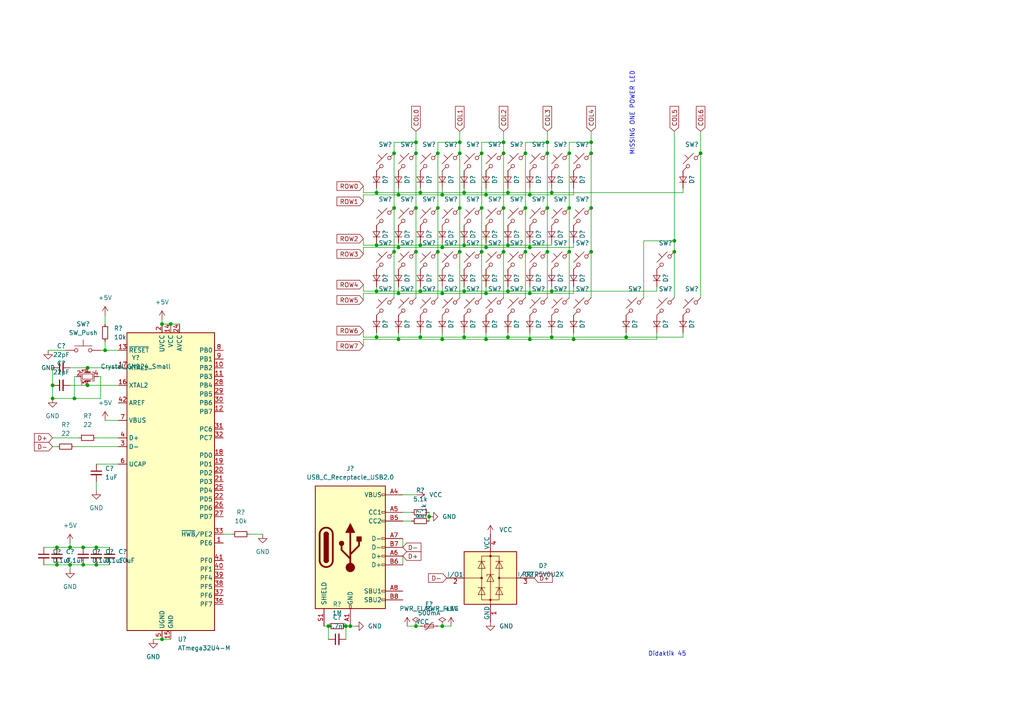
<source format=kicad_sch>
(kicad_sch (version 20211123) (generator eeschema)
  (paper "A4")
  (lib_symbols
    (symbol "ComboDiode:C_Small" (pin_numbers hide) (pin_names (offset 0.254) hide)
      (property "Reference" "C" (at 0.254 1.778 0))
      (property "Value" "C_Small" (at 0.254 -2.032 0))
      (symbol "C_Small_1_1"
        (pin passive line (at 0 2.54 270) (length 2.032) (name "~") (number "1"))
        (pin passive line (at 0 -2.54 90) (length 2.032) (name "~") (number "2"))
      )
    )
    (symbol "ComboDiode:Crystal_GND24_Small" (pin_names (offset 1.016) hide)
      (property "Reference" "Y" (at 1.27 4.445 0))
      (property "Value" "Crystal_GND24_Small" (at 1.27 2.54 0))
      (symbol "Crystal_GND24_Small_1_1"
        (pin passive line (at -2.54 0 0) (length 1.27) (name "1") (number "1"))
        (pin passive line (at 0 -3.175 90) (length 1.27) (name "2") (number "2"))
        (pin passive line (at 2.54 0 180) (length 1.27) (name "3") (number "3"))
        (pin passive line (at 0 3.175 270) (length 1.27) (name "4") (number "4"))
      )
    )
    (symbol "ComboDiode:D_Small" (pin_numbers hide) (pin_names (offset 0.254) hide)
      (property "Reference" "D" (at -1.27 2.032 0))
      (property "Value" "D_Small" (at -3.81 -2.032 0))
      (symbol "D_Small_1_1"
        (pin passive line (at -2.54 0 0) (length 1.778) (name "K") (number "1"))
        (pin passive line (at 2.54 0 180) (length 1.778) (name "A") (number "2"))
      )
    )
    (symbol "ComboDiode:Polyfuse_Small" (pin_numbers hide) (pin_names (offset 0))
      (property "Reference" "F" (at -1.905 0 90))
      (property "Value" "Polyfuse_Small" (at 1.905 0 90))
      (symbol "Polyfuse_Small_1_1"
        (pin passive line (at 0 2.54 270) (length 0.635) (name "~") (number "1"))
        (pin passive line (at 0 -2.54 90) (length 0.635) (name "~") (number "2"))
      )
    )
    (symbol "ComboDiode:R_Small" (pin_numbers hide) (pin_names (offset 0.254) hide)
      (property "Reference" "R" (at 0.762 0.508 0))
      (property "Value" "R_Small" (at 0.762 -1.016 0))
      (symbol "R_Small_1_1"
        (pin passive line (at 0 2.54 270) (length 0.762) (name "~") (number "1"))
        (pin passive line (at 0 -2.54 90) (length 0.762) (name "~") (number "2"))
      )
    )
    (symbol "Connector:USB_C_Receptacle_USB2.0" (pin_names (offset 1.016))
      (property "Reference" "J" (at -10.16 19.05 0))
      (property "Value" "USB_C_Receptacle_USB2.0" (at 19.05 19.05 0))
      (symbol "USB_C_Receptacle_USB2.0_1_1"
        (pin passive line (at 0 -22.86 90) (length 5.08) (name "GND") (number "A1"))
        (pin passive line (at 0 -22.86 90) (length 5.08) hide (name "GND") (number "A12"))
        (pin passive line (at 15.24 15.24 180) (length 5.08) (name "VBUS") (number "A4"))
        (pin bidirectional line (at 15.24 10.16 180) (length 5.08) (name "CC1") (number "A5"))
        (pin bidirectional line (at 15.24 -2.54 180) (length 5.08) (name "D+") (number "A6"))
        (pin bidirectional line (at 15.24 2.54 180) (length 5.08) (name "D-") (number "A7"))
        (pin bidirectional line (at 15.24 -12.7 180) (length 5.08) (name "SBU1") (number "A8"))
        (pin passive line (at 15.24 15.24 180) (length 5.08) hide (name "VBUS") (number "A9"))
        (pin passive line (at 0 -22.86 90) (length 5.08) hide (name "GND") (number "B1"))
        (pin passive line (at 0 -22.86 90) (length 5.08) hide (name "GND") (number "B12"))
        (pin passive line (at 15.24 15.24 180) (length 5.08) hide (name "VBUS") (number "B4"))
        (pin bidirectional line (at 15.24 7.62 180) (length 5.08) (name "CC2") (number "B5"))
        (pin bidirectional line (at 15.24 -5.08 180) (length 5.08) (name "D+") (number "B6"))
        (pin bidirectional line (at 15.24 0 180) (length 5.08) (name "D-") (number "B7"))
        (pin bidirectional line (at 15.24 -15.24 180) (length 5.08) (name "SBU2") (number "B8"))
        (pin passive line (at 15.24 15.24 180) (length 5.08) hide (name "VBUS") (number "B9"))
        (pin passive line (at -7.62 -22.86 90) (length 5.08) (name "SHIELD") (number "S1"))
      )
    )
    (symbol "MCU_Microchip_ATmega:ATmega32U4-M"
      (property "Reference" "U" (at -12.7 44.45 0))
      (property "Value" "ATmega32U4-M" (at 2.54 -44.45 0))
      (symbol "ATmega32U4-M_1_1"
        (pin bidirectional line (at 15.24 -17.78 180) (length 2.54) (name "PE6") (number "1"))
        (pin bidirectional line (at 15.24 33.02 180) (length 2.54) (name "PB2") (number "10"))
        (pin bidirectional line (at 15.24 30.48 180) (length 2.54) (name "PB3") (number "11"))
        (pin bidirectional line (at 15.24 20.32 180) (length 2.54) (name "PB7") (number "12"))
        (pin input line (at -15.24 38.1 0) (length 2.54) (name "~{RESET}") (number "13"))
        (pin power_in line (at 0 45.72 270) (length 2.54) (name "VCC") (number "14"))
        (pin power_in line (at 0 -45.72 90) (length 2.54) (name "GND") (number "15"))
        (pin output line (at -15.24 27.94 0) (length 2.54) (name "XTAL2") (number "16"))
        (pin input line (at -15.24 33.02 0) (length 2.54) (name "XTAL1") (number "17"))
        (pin bidirectional line (at 15.24 7.62 180) (length 2.54) (name "PD0") (number "18"))
        (pin bidirectional line (at 15.24 5.08 180) (length 2.54) (name "PD1") (number "19"))
        (pin power_in line (at -2.54 45.72 270) (length 2.54) (name "UVCC") (number "2"))
        (pin bidirectional line (at 15.24 2.54 180) (length 2.54) (name "PD2") (number "20"))
        (pin bidirectional line (at 15.24 0 180) (length 2.54) (name "PD3") (number "21"))
        (pin bidirectional line (at 15.24 -5.08 180) (length 2.54) (name "PD5") (number "22"))
        (pin passive line (at 0 -45.72 90) (length 2.54) hide (name "GND") (number "23"))
        (pin power_in line (at 2.54 45.72 270) (length 2.54) (name "AVCC") (number "24"))
        (pin bidirectional line (at 15.24 -2.54 180) (length 2.54) (name "PD4") (number "25"))
        (pin bidirectional line (at 15.24 -7.62 180) (length 2.54) (name "PD6") (number "26"))
        (pin bidirectional line (at 15.24 -10.16 180) (length 2.54) (name "PD7") (number "27"))
        (pin bidirectional line (at 15.24 27.94 180) (length 2.54) (name "PB4") (number "28"))
        (pin bidirectional line (at 15.24 25.4 180) (length 2.54) (name "PB5") (number "29"))
        (pin bidirectional line (at -15.24 10.16 0) (length 2.54) (name "D-") (number "3"))
        (pin bidirectional line (at 15.24 22.86 180) (length 2.54) (name "PB6") (number "30"))
        (pin bidirectional line (at 15.24 15.24 180) (length 2.54) (name "PC6") (number "31"))
        (pin bidirectional line (at 15.24 12.7 180) (length 2.54) (name "PC7") (number "32"))
        (pin bidirectional line (at 15.24 -15.24 180) (length 2.54) (name "~{HWB}/PE2") (number "33"))
        (pin passive line (at 0 45.72 270) (length 2.54) hide (name "VCC") (number "34"))
        (pin passive line (at 0 -45.72 90) (length 2.54) hide (name "GND") (number "35"))
        (pin bidirectional line (at 15.24 -35.56 180) (length 2.54) (name "PF7") (number "36"))
        (pin bidirectional line (at 15.24 -33.02 180) (length 2.54) (name "PF6") (number "37"))
        (pin bidirectional line (at 15.24 -30.48 180) (length 2.54) (name "PF5") (number "38"))
        (pin bidirectional line (at 15.24 -27.94 180) (length 2.54) (name "PF4") (number "39"))
        (pin bidirectional line (at -15.24 12.7 0) (length 2.54) (name "D+") (number "4"))
        (pin bidirectional line (at 15.24 -25.4 180) (length 2.54) (name "PF1") (number "40"))
        (pin bidirectional line (at 15.24 -22.86 180) (length 2.54) (name "PF0") (number "41"))
        (pin passive line (at -15.24 22.86 0) (length 2.54) (name "AREF") (number "42"))
        (pin passive line (at 0 -45.72 90) (length 2.54) hide (name "GND") (number "43"))
        (pin passive line (at 2.54 45.72 270) (length 2.54) hide (name "AVCC") (number "44"))
        (pin passive line (at 0 -45.72 90) (length 2.54) hide (name "GND") (number "45"))
        (pin passive line (at -2.54 -45.72 90) (length 2.54) (name "UGND") (number "5"))
        (pin passive line (at -15.24 5.08 0) (length 2.54) (name "UCAP") (number "6"))
        (pin input line (at -15.24 17.78 0) (length 2.54) (name "VBUS") (number "7"))
        (pin bidirectional line (at 15.24 38.1 180) (length 2.54) (name "PB0") (number "8"))
        (pin bidirectional line (at 15.24 35.56 180) (length 2.54) (name "PB1") (number "9"))
      )
    )
    (symbol "Power_Protection:PRTR5V0U2X" (pin_names (offset 0))
      (property "Reference" "D" (at 2.794 8.636 0))
      (property "Value" "PRTR5V0U2X" (at 8.128 -9.398 0))
      (symbol "PRTR5V0U2X_1_1"
        (pin passive line (at 0 -12.7 90) (length 5.08) (name "GND") (number "1"))
        (pin passive line (at -12.7 0 0) (length 5.08) (name "I/O1") (number "2"))
        (pin passive line (at 12.7 0 180) (length 5.08) (name "I/O2") (number "3"))
        (pin passive line (at 0 12.7 270) (length 5.08) (name "VCC") (number "4"))
      )
    )
    (symbol "Switch:SW_Push" (pin_numbers hide) (pin_names (offset 1.016) hide)
      (property "Reference" "SW" (at 1.27 2.54 0))
      (property "Value" "SW_Push" (at 0 -1.524 0))
      (symbol "SW_Push_0_1"
        (pin passive line (at -5.08 0 0) (length 2.54) (name "1") (number "1"))
        (pin passive line (at 5.08 0 180) (length 2.54) (name "2") (number "2"))
      )
    )
    (symbol "Switch:SW_Push_45deg" (pin_numbers hide) (pin_names (offset 1.016) hide)
      (property "Reference" "SW" (at 3.048 1.016 0))
      (property "Value" "SW_Push_45deg" (at 0 -3.81 0))
      (symbol "SW_Push_45deg_0_1"
        (pin passive line (at -2.54 2.54 0) (length 0) (name "1") (number "1"))
        (pin passive line (at 2.54 -2.54 180) (length 0) (name "2") (number "2"))
      )
    )
    (symbol "power:+5V" (power) (pin_names (offset 0))
      (property "Value" "+5V" (at 0 3.556 0))
      (symbol "+5V_1_1"
        (pin power_in line (at 0 0 90) (length 0) hide (name "+5V") (number "1"))
      )
    )
    (symbol "power:GND" (power) (pin_names (offset 0))
      (property "Value" "GND" (at 0 -3.81 0))
      (symbol "GND_1_1"
        (pin power_in line (at 0 0 270) (length 0) hide (name "GND") (number "1"))
      )
    )
    (symbol "power:PWR_FLAG" (power) (pin_numbers hide) (pin_names (offset 0) hide)
      (property "Value" "PWR_FLAG" (at 0 3.81 0))
      (symbol "PWR_FLAG_0_0"
        (pin power_out line (at 0 0 90) (length 0) (name "pwr") (number "1"))
      )
    )
    (symbol "power:VCC" (power) (pin_names (offset 0))
      (property "Value" "VCC" (at 0 3.81 0))
      (symbol "VCC_1_1"
        (pin power_in line (at 0 0 90) (length 0) hide (name "VCC") (number "1"))
      )
    )
  )
  (junction (at 120.65 181.61))
  (junction (at 20.32 163.83))
  (junction (at 147.32 71.12))
  (junction (at 46.99 185.42))
  (junction (at 120.65 73.025))
  (junction (at 139.7 60.325))
  (junction (at 165.1 44.45))
  (junction (at 140.97 98.425))
  (junction (at 114.3 73.025))
  (junction (at 15.24 111.76))
  (junction (at 100.33 181.61))
  (junction (at 128.27 71.755))
  (junction (at 166.37 98.425))
  (junction (at 165.1 73.025))
  (junction (at 25.4 111.76))
  (junction (at 24.13 163.83))
  (junction (at 21.59 115.57))
  (junction (at 109.22 71.12))
  (junction (at 146.05 44.45))
  (junction (at 25.4 106.68))
  (junction (at 27.94 158.75))
  (junction (at 114.3 60.325))
  (junction (at 101.6 181.61))
  (junction (at 147.32 97.79))
  (junction (at 158.75 60.325))
  (junction (at 153.67 71.755))
  (junction (at 30.48 101.6))
  (junction (at 152.4 73.025))
  (junction (at 158.75 41.275))
  (junction (at 109.22 97.79))
  (junction (at 115.57 71.755))
  (junction (at 20.32 158.75))
  (junction (at 181.61 97.79))
  (junction (at 49.53 93.98))
  (junction (at 195.58 73.025))
  (junction (at 146.05 73.025))
  (junction (at 147.32 55.88))
  (junction (at 115.57 85.09))
  (junction (at 133.35 60.325))
  (junction (at 146.05 60.325))
  (junction (at 158.75 44.45))
  (junction (at 139.7 44.45))
  (junction (at 15.24 115.57))
  (junction (at 120.65 44.45))
  (junction (at 24.13 158.75))
  (junction (at 95.25 181.61))
  (junction (at 120.65 41.275))
  (junction (at 134.62 71.12))
  (junction (at 134.62 84.455))
  (junction (at 147.32 84.455))
  (junction (at 171.45 73.025))
  (junction (at 153.67 85.09))
  (junction (at 153.67 56.515))
  (junction (at 128.27 181.61))
  (junction (at 133.35 73.025))
  (junction (at 133.35 44.45))
  (junction (at 120.65 60.325))
  (junction (at 133.35 41.275))
  (junction (at 124.46 149.86))
  (junction (at 140.97 85.09))
  (junction (at 128.27 98.425))
  (junction (at 160.02 97.79))
  (junction (at 114.3 44.45))
  (junction (at 171.45 60.325))
  (junction (at 121.92 71.12))
  (junction (at 109.22 84.455))
  (junction (at 160.02 55.88))
  (junction (at 16.51 158.75))
  (junction (at 127 44.45))
  (junction (at 165.1 60.325))
  (junction (at 27.94 163.83))
  (junction (at 128.27 85.09))
  (junction (at 153.67 98.425))
  (junction (at 171.45 44.45))
  (junction (at 146.05 41.275))
  (junction (at 195.58 69.85))
  (junction (at 152.4 60.325))
  (junction (at 128.27 56.515))
  (junction (at 134.62 97.79))
  (junction (at 134.62 55.88))
  (junction (at 46.99 93.98))
  (junction (at 171.45 41.275))
  (junction (at 139.7 73.025))
  (junction (at 127 73.025))
  (junction (at 109.22 55.88))
  (junction (at 160.02 84.455))
  (junction (at 158.75 73.025))
  (junction (at 203.2 44.45))
  (junction (at 121.92 55.88))
  (junction (at 140.97 56.515))
  (junction (at 115.57 56.515))
  (junction (at 152.4 44.45))
  (junction (at 140.97 71.755))
  (junction (at 121.92 97.79))
  (junction (at 115.57 98.425))
  (junction (at 16.51 163.83))
  (junction (at 127 60.325))
  (junction (at 121.92 84.455))
  (wire (pts (xy 146.05 38.1) (xy 146.05 41.275)))
  (wire (pts (xy 158.75 60.325) (xy 158.75 73.025)))
  (wire (pts (xy 134.62 54.61) (xy 134.62 55.88)))
  (wire (pts (xy 171.45 60.325) (xy 171.45 73.025)))
  (wire (pts (xy 158.75 41.275) (xy 158.75 44.45)))
  (wire (pts (xy 28.575 109.22) (xy 29.21 109.22)))
  (wire (pts (xy 21.59 129.54) (xy 34.29 129.54)))
  (wire (pts (xy 121.92 83.185) (xy 121.92 84.455)))
  (wire (pts (xy 105.41 98.425) (xy 105.41 100.33)))
  (wire (pts (xy 20.32 111.76) (xy 25.4 111.76)))
  (wire (pts (xy 30.48 91.44) (xy 30.48 93.98)))
  (wire (pts (xy 121.92 55.88) (xy 134.62 55.88)))
  (wire (pts (xy 203.2 44.45) (xy 203.2 86.36)))
  (wire (pts (xy 46.99 185.42) (xy 49.53 185.42)))
  (wire (pts (xy 195.58 69.85) (xy 195.58 73.025)))
  (wire (pts (xy 114.3 41.275) (xy 120.65 41.275)))
  (wire (pts (xy 133.35 44.45) (xy 133.35 60.325)))
  (wire (pts (xy 109.22 54.61) (xy 109.22 55.88)))
  (wire (pts (xy 134.62 55.88) (xy 147.32 55.88)))
  (wire (pts (xy 190.5 98.425) (xy 190.5 96.52)))
  (wire (pts (xy 64.77 154.94) (xy 67.31 154.94)))
  (wire (pts (xy 105.41 71.755) (xy 115.57 71.755)))
  (wire (pts (xy 190.5 84.455) (xy 190.5 83.185)))
  (wire (pts (xy 49.53 93.98) (xy 52.07 93.98)))
  (wire (pts (xy 160.02 55.88) (xy 198.12 55.88)))
  (wire (pts (xy 153.67 71.755) (xy 166.37 71.755)))
  (wire (pts (xy 20.32 106.68) (xy 25.4 106.68)))
  (wire (pts (xy 147.32 71.12) (xy 160.02 71.12)))
  (wire (pts (xy 166.37 96.52) (xy 166.37 98.425)))
  (wire (pts (xy 116.84 151.13) (xy 119.38 151.13)))
  (wire (pts (xy 114.3 86.36) (xy 114.3 73.025)))
  (wire (pts (xy 160.02 96.52) (xy 160.02 97.79)))
  (wire (pts (xy 147.32 70.485) (xy 147.32 71.12)))
  (wire (pts (xy 166.37 83.185) (xy 166.37 85.09)))
  (wire (pts (xy 152.4 44.45) (xy 152.4 41.275)))
  (wire (pts (xy 105.41 53.975) (xy 105.41 55.88)))
  (wire (pts (xy 146.05 41.275) (xy 139.7 41.275)))
  (wire (pts (xy 158.75 73.025) (xy 158.75 86.36)))
  (wire (pts (xy 109.22 84.455) (xy 121.92 84.455)))
  (wire (pts (xy 105.41 69.215) (xy 105.41 71.12)))
  (wire (pts (xy 121.92 54.61) (xy 121.92 55.88)))
  (wire (pts (xy 153.67 83.185) (xy 153.67 85.09)))
  (wire (pts (xy 24.13 158.75) (xy 27.94 158.75)))
  (wire (pts (xy 124.46 149.86) (xy 124.46 151.13)))
  (wire (pts (xy 140.97 85.09) (xy 153.67 85.09)))
  (wire (pts (xy 152.4 86.36) (xy 152.4 73.025)))
  (wire (pts (xy 181.61 97.79) (xy 198.12 97.79)))
  (wire (pts (xy 16.51 158.75) (xy 20.32 158.75)))
  (wire (pts (xy 128.27 96.52) (xy 128.27 98.425)))
  (wire (pts (xy 134.62 96.52) (xy 134.62 97.79)))
  (wire (pts (xy 21.59 115.57) (xy 15.24 115.57)))
  (wire (pts (xy 171.45 73.025) (xy 171.45 86.36)))
  (wire (pts (xy 121.92 84.455) (xy 134.62 84.455)))
  (wire (pts (xy 128.27 56.515) (xy 115.57 56.515)))
  (wire (pts (xy 115.57 71.755) (xy 128.27 71.755)))
  (wire (pts (xy 29.21 115.57) (xy 21.59 115.57)))
  (wire (pts (xy 139.7 60.325) (xy 139.7 73.025)))
  (wire (pts (xy 115.57 98.425) (xy 105.41 98.425)))
  (wire (pts (xy 160.02 70.485) (xy 160.02 71.12)))
  (wire (pts (xy 127 86.36) (xy 127 73.025)))
  (wire (pts (xy 124.46 148.59) (xy 124.46 149.86)))
  (wire (pts (xy 146.05 73.025) (xy 146.05 86.36)))
  (wire (pts (xy 153.67 54.61) (xy 153.67 56.515)))
  (wire (pts (xy 116.84 156.21) (xy 116.84 158.75)))
  (wire (pts (xy 133.35 60.325) (xy 133.35 73.025)))
  (wire (pts (xy 140.97 71.755) (xy 153.67 71.755)))
  (wire (pts (xy 105.41 71.12) (xy 109.22 71.12)))
  (wire (pts (xy 121.92 70.485) (xy 121.92 71.12)))
  (wire (pts (xy 166.37 98.425) (xy 153.67 98.425)))
  (wire (pts (xy 30.48 101.6) (xy 34.29 101.6)))
  (wire (pts (xy 186.69 69.85) (xy 186.69 86.36)))
  (wire (pts (xy 120.65 73.025) (xy 120.65 86.36)))
  (wire (pts (xy 46.99 92.71) (xy 46.99 93.98)))
  (wire (pts (xy 30.48 99.06) (xy 30.48 101.6)))
  (wire (pts (xy 147.32 84.455) (xy 160.02 84.455)))
  (wire (pts (xy 15.24 106.68) (xy 15.24 111.76)))
  (wire (pts (xy 134.62 84.455) (xy 147.32 84.455)))
  (wire (pts (xy 105.41 85.09) (xy 105.41 86.995)))
  (wire (pts (xy 114.3 73.025) (xy 114.3 60.325)))
  (wire (pts (xy 139.7 41.275) (xy 139.7 44.45)))
  (wire (pts (xy 25.4 111.76) (xy 34.29 111.76)))
  (wire (pts (xy 128.27 83.185) (xy 128.27 85.09)))
  (wire (pts (xy 195.58 38.1) (xy 195.58 69.85)))
  (wire (pts (xy 105.41 71.755) (xy 105.41 73.66)))
  (wire (pts (xy 181.61 97.79) (xy 181.61 96.52)))
  (wire (pts (xy 171.45 44.45) (xy 171.45 60.325)))
  (wire (pts (xy 109.22 96.52) (xy 109.22 97.79)))
  (wire (pts (xy 21.59 109.22) (xy 22.225 109.22)))
  (wire (pts (xy 24.13 163.83) (xy 27.94 163.83)))
  (wire (pts (xy 146.05 60.325) (xy 146.05 73.025)))
  (wire (pts (xy 44.45 185.42) (xy 46.99 185.42)))
  (wire (pts (xy 16.51 163.83) (xy 20.32 163.83)))
  (wire (pts (xy 121.92 96.52) (xy 121.92 97.79)))
  (wire (pts (xy 128.27 71.755) (xy 140.97 71.755)))
  (wire (pts (xy 171.45 41.275) (xy 165.1 41.275)))
  (wire (pts (xy 152.4 73.025) (xy 152.4 60.325)))
  (wire (pts (xy 20.32 157.48) (xy 20.32 158.75)))
  (wire (pts (xy 30.48 121.92) (xy 34.29 121.92)))
  (wire (pts (xy 109.22 97.79) (xy 121.92 97.79)))
  (wire (pts (xy 127 181.61) (xy 128.27 181.61)))
  (wire (pts (xy 195.58 73.025) (xy 195.58 86.36)))
  (wire (pts (xy 133.35 38.1) (xy 133.35 41.275)))
  (wire (pts (xy 109.22 71.12) (xy 121.92 71.12)))
  (wire (pts (xy 158.75 38.1) (xy 158.75 41.275)))
  (wire (pts (xy 116.84 148.59) (xy 119.38 148.59)))
  (wire (pts (xy 121.92 71.12) (xy 134.62 71.12)))
  (wire (pts (xy 115.57 96.52) (xy 115.57 98.425)))
  (wire (pts (xy 120.65 181.61) (xy 121.92 181.61)))
  (wire (pts (xy 105.41 56.515) (xy 105.41 58.42)))
  (wire (pts (xy 165.1 73.025) (xy 165.1 86.36)))
  (wire (pts (xy 15.24 129.54) (xy 16.51 129.54)))
  (wire (pts (xy 165.1 44.45) (xy 165.1 60.325)))
  (wire (pts (xy 27.94 127) (xy 34.29 127)))
  (wire (pts (xy 114.3 44.45) (xy 114.3 41.275)))
  (wire (pts (xy 146.05 41.275) (xy 146.05 44.45)))
  (wire (pts (xy 147.32 83.185) (xy 147.32 84.455)))
  (wire (pts (xy 166.37 56.515) (xy 153.67 56.515)))
  (wire (pts (xy 153.67 70.485) (xy 153.67 71.755)))
  (wire (pts (xy 147.32 97.79) (xy 160.02 97.79)))
  (wire (pts (xy 127 41.275) (xy 133.35 41.275)))
  (wire (pts (xy 152.4 60.325) (xy 152.4 44.45)))
  (wire (pts (xy 118.11 181.61) (xy 120.65 181.61)))
  (wire (pts (xy 27.94 134.62) (xy 34.29 134.62)))
  (wire (pts (xy 95.25 181.61) (xy 95.25 185.42)))
  (wire (pts (xy 153.67 98.425) (xy 140.97 98.425)))
  (wire (pts (xy 100.33 181.61) (xy 101.6 181.61)))
  (wire (pts (xy 134.62 71.12) (xy 147.32 71.12)))
  (wire (pts (xy 133.35 73.025) (xy 133.35 86.36)))
  (wire (pts (xy 171.45 38.1) (xy 171.45 41.275)))
  (wire (pts (xy 120.65 41.275) (xy 120.65 44.45)))
  (wire (pts (xy 12.7 158.75) (xy 16.51 158.75)))
  (wire (pts (xy 27.94 139.7) (xy 27.94 142.24)))
  (wire (pts (xy 134.62 97.79) (xy 147.32 97.79)))
  (wire (pts (xy 116.84 143.51) (xy 120.65 143.51)))
  (wire (pts (xy 152.4 41.275) (xy 158.75 41.275)))
  (wire (pts (xy 166.37 98.425) (xy 190.5 98.425)))
  (wire (pts (xy 153.67 56.515) (xy 140.97 56.515)))
  (wire (pts (xy 105.41 85.09) (xy 115.57 85.09)))
  (wire (pts (xy 115.57 54.61) (xy 115.57 56.515)))
  (wire (pts (xy 160.02 54.61) (xy 160.02 55.88)))
  (wire (pts (xy 114.3 60.325) (xy 114.3 44.45)))
  (wire (pts (xy 133.35 41.275) (xy 133.35 44.45)))
  (wire (pts (xy 147.32 96.52) (xy 147.32 97.79)))
  (wire (pts (xy 203.2 38.1) (xy 203.2 44.45)))
  (wire (pts (xy 15.24 127) (xy 22.86 127)))
  (wire (pts (xy 128.27 85.09) (xy 140.97 85.09)))
  (wire (pts (xy 25.4 106.68) (xy 34.29 106.68)))
  (wire (pts (xy 140.97 54.61) (xy 140.97 56.515)))
  (wire (pts (xy 116.84 161.29) (xy 116.84 163.83)))
  (wire (pts (xy 147.32 54.61) (xy 147.32 55.88)))
  (wire (pts (xy 127 44.45) (xy 127 41.275)))
  (wire (pts (xy 20.32 158.75) (xy 24.13 158.75)))
  (wire (pts (xy 140.97 83.185) (xy 140.97 85.09)))
  (wire (pts (xy 171.45 41.275) (xy 171.45 44.45)))
  (wire (pts (xy 115.57 56.515) (xy 105.41 56.515)))
  (wire (pts (xy 198.12 97.79) (xy 198.12 96.52)))
  (wire (pts (xy 105.41 97.79) (xy 109.22 97.79)))
  (wire (pts (xy 160.02 84.455) (xy 190.5 84.455)))
  (wire (pts (xy 109.22 70.485) (xy 109.22 71.12)))
  (wire (pts (xy 139.7 73.025) (xy 139.7 86.36)))
  (wire (pts (xy 195.58 69.85) (xy 186.69 69.85)))
  (wire (pts (xy 128.27 98.425) (xy 115.57 98.425)))
  (wire (pts (xy 166.37 54.61) (xy 166.37 56.515)))
  (wire (pts (xy 109.22 83.185) (xy 109.22 84.455)))
  (wire (pts (xy 115.57 85.09) (xy 128.27 85.09)))
  (wire (pts (xy 147.32 55.88) (xy 160.02 55.88)))
  (wire (pts (xy 101.6 181.61) (xy 102.87 181.61)))
  (wire (pts (xy 139.7 44.45) (xy 139.7 60.325)))
  (wire (pts (xy 105.41 82.55) (xy 105.41 84.455)))
  (wire (pts (xy 128.27 54.61) (xy 128.27 56.515)))
  (wire (pts (xy 120.65 44.45) (xy 120.65 60.325)))
  (wire (pts (xy 120.65 60.325) (xy 120.65 73.025)))
  (wire (pts (xy 20.32 163.83) (xy 20.32 165.1)))
  (wire (pts (xy 140.97 96.52) (xy 140.97 98.425)))
  (wire (pts (xy 29.21 101.6) (xy 30.48 101.6)))
  (wire (pts (xy 160.02 83.185) (xy 160.02 84.455)))
  (wire (pts (xy 134.62 70.485) (xy 134.62 71.12)))
  (wire (pts (xy 115.57 70.485) (xy 115.57 71.755)))
  (wire (pts (xy 158.75 44.45) (xy 158.75 60.325)))
  (wire (pts (xy 127 73.025) (xy 127 60.325)))
  (wire (pts (xy 120.65 38.1) (xy 120.65 41.275)))
  (wire (pts (xy 13.97 101.6) (xy 19.05 101.6)))
  (wire (pts (xy 140.97 70.485) (xy 140.97 71.755)))
  (wire (pts (xy 29.21 109.22) (xy 29.21 115.57)))
  (wire (pts (xy 165.1 41.275) (xy 165.1 44.45)))
  (wire (pts (xy 160.02 97.79) (xy 181.61 97.79)))
  (wire (pts (xy 105.41 84.455) (xy 109.22 84.455)))
  (wire (pts (xy 93.98 181.61) (xy 95.25 181.61)))
  (wire (pts (xy 166.37 70.485) (xy 166.37 71.755)))
  (wire (pts (xy 27.94 163.83) (xy 31.75 163.83)))
  (wire (pts (xy 21.59 109.22) (xy 21.59 115.57)))
  (wire (pts (xy 134.62 83.185) (xy 134.62 84.455)))
  (wire (pts (xy 165.1 60.325) (xy 165.1 73.025)))
  (wire (pts (xy 100.33 181.61) (xy 100.33 185.42)))
  (wire (pts (xy 15.24 111.76) (xy 15.24 115.57)))
  (wire (pts (xy 146.05 44.45) (xy 146.05 60.325)))
  (wire (pts (xy 12.7 163.83) (xy 16.51 163.83)))
  (wire (pts (xy 140.97 56.515) (xy 128.27 56.515)))
  (wire (pts (xy 109.22 55.88) (xy 121.92 55.88)))
  (wire (pts (xy 153.67 96.52) (xy 153.67 98.425)))
  (wire (pts (xy 105.41 55.88) (xy 109.22 55.88)))
  (wire (pts (xy 105.41 95.885) (xy 105.41 97.79)))
  (wire (pts (xy 46.99 93.98) (xy 49.53 93.98)))
  (wire (pts (xy 127 60.325) (xy 127 44.45)))
  (wire (pts (xy 115.57 83.185) (xy 115.57 85.09)))
  (wire (pts (xy 20.32 163.83) (xy 24.13 163.83)))
  (wire (pts (xy 72.39 154.94) (xy 76.2 154.94)))
  (wire (pts (xy 198.12 55.88) (xy 198.12 54.61)))
  (wire (pts (xy 121.92 97.79) (xy 134.62 97.79)))
  (wire (pts (xy 128.27 181.61) (xy 130.81 181.61)))
  (wire (pts (xy 140.97 98.425) (xy 128.27 98.425)))
  (wire (pts (xy 27.94 158.75) (xy 31.75 158.75)))
  (wire (pts (xy 153.67 85.09) (xy 166.37 85.09)))
  (wire (pts (xy 128.27 70.485) (xy 128.27 71.755)))
  (text "Didaktik 45\n" (at 187.96 190.5 0) (effects (font (size 1.27 1.27)) (justify left bottom)))
  (text "MISSING ONE POWER LED\n" (at 184.15 45.085 90) (effects (font (size 1.27 1.27)) (justify left bottom)))
  (global_label "COL4" (shape input) (at 171.45 38.1 90) (property "Intersheet References" "${INTERSHEET_REFS}" (effects hide)))
  (global_label "D+" (shape input) (at 116.84 161.29 0) (property "Intersheet References" "${INTERSHEET_REFS}" (effects hide)))
  (global_label "COL1" (shape input) (at 133.35 38.1 90) (property "Intersheet References" "${INTERSHEET_REFS}" (effects hide)))
  (global_label "D-" (shape input) (at 15.24 129.54 180) (property "Intersheet References" "${INTERSHEET_REFS}" (effects hide)))
  (global_label "ROW6" (shape input) (at 105.41 95.885 180) (property "Intersheet References" "${INTERSHEET_REFS}" (effects hide)))
  (global_label "ROW3" (shape input) (at 105.41 73.66 180) (property "Intersheet References" "${INTERSHEET_REFS}" (effects hide)))
  (global_label "COL0" (shape input) (at 120.65 38.1 90) (property "Intersheet References" "${INTERSHEET_REFS}" (effects hide)))
  (global_label "ROW4" (shape input) (at 105.41 82.55 180) (property "Intersheet References" "${INTERSHEET_REFS}" (effects hide)))
  (global_label "D-" (shape input) (at 129.54 167.64 180) (property "Intersheet References" "${INTERSHEET_REFS}" (effects hide)))
  (global_label "ROW0" (shape input) (at 105.41 53.975 180) (property "Intersheet References" "${INTERSHEET_REFS}" (effects hide)))
  (global_label "COL3" (shape input) (at 158.75 38.1 90) (property "Intersheet References" "${INTERSHEET_REFS}" (effects hide)))
  (global_label "ROW5" (shape input) (at 105.41 86.995 180) (property "Intersheet References" "${INTERSHEET_REFS}" (effects hide)))
  (global_label "COL6" (shape input) (at 203.2 38.1 90) (property "Intersheet References" "${INTERSHEET_REFS}" (effects hide)))
  (global_label "D+" (shape input) (at 154.94 167.64 0) (property "Intersheet References" "${INTERSHEET_REFS}" (effects hide)))
  (global_label "ROW2" (shape input) (at 105.41 69.215 180) (property "Intersheet References" "${INTERSHEET_REFS}" (effects hide)))
  (global_label "COL2" (shape input) (at 146.05 38.1 90) (property "Intersheet References" "${INTERSHEET_REFS}" (effects hide)))
  (global_label "D+" (shape input) (at 15.24 127 180) (property "Intersheet References" "${INTERSHEET_REFS}" (effects hide)))
  (global_label "COL5" (shape input) (at 195.58 38.1 90) (property "Intersheet References" "${INTERSHEET_REFS}" (effects hide)))
  (global_label "ROW1" (shape input) (at 105.41 58.42 180) (property "Intersheet References" "${INTERSHEET_REFS}" (effects hide)))
  (global_label "ROW7" (shape input) (at 105.41 100.33 180) (property "Intersheet References" "${INTERSHEET_REFS}" (effects hide)))
  (global_label "D-" (shape input) (at 116.84 158.75 0) (property "Intersheet References" "${INTERSHEET_REFS}" (effects hide)))
  (symbol (lib_id "ComboDiode:D_Small") (at 147.32 80.645 270) (mirror x) (unit 1)
    (property "Reference" "D?" (at 149.86 80.645 0))
    (property "Value" "D_Small" (effects hide))
  )
  (symbol (lib_id "ComboDiode:Crystal_GND24_Small") (at 25.4 109.22 270) (unit 1)
    (property "Reference" "Y?" (at 39.37 103.7588 90))
    (property "Value" "Crystal_GND24_Small" (at 39.37 106.2988 90))
  )
  (symbol (lib_id "power:+5V") (at 130.81 181.61 0) (unit 1)
    (property "Reference" "#PWR?" (effects hide))
    (property "Value" "+5V" (at 130.81 176.53 0))
  )
  (symbol (lib_id "ComboDiode:D_Small") (at 134.62 52.07 270) (mirror x) (unit 1)
    (property "Reference" "D?" (at 137.16 52.07 0))
    (property "Value" "D_Small" (effects hide))
  )
  (symbol (lib_id "ComboDiode:D_Small") (at 109.22 80.645 270) (mirror x) (unit 1)
    (property "Reference" "D?" (at 111.76 80.645 0))
    (property "Value" "D_Small" (effects hide))
  )
  (symbol (lib_id "ComboDiode:D_Small") (at 115.57 80.645 270) (mirror x) (unit 1)
    (property "Reference" "D?" (at 118.11 80.645 0))
    (property "Value" "D_Small" (effects hide))
  )
  (symbol (lib_id "MCU_Microchip_ATmega:ATmega32U4-M") (at 49.53 139.7 0) (unit 1)
    (property "Reference" "U?" (at 51.5494 185.42 0) (effects (justify left)))
    (property "Value" "ATmega32U4-M" (at 51.5494 187.96 0) (effects (justify left)))
    (property "Footprint" "Package_DFN_QFN:QFN-44-1EP_7x7mm_P0.5mm_EP5.2x5.2mm" (effects hide))
    (property "Datasheet" "http://ww1.microchip.com/downloads/en/DeviceDoc/Atmel-7766-8-bit-AVR-ATmega16U4-32U4_Datasheet.pdf" (effects hide))
  )
  (symbol (lib_id "power:GND") (at 27.94 142.24 0) (unit 1)
    (property "Reference" "#PWR?" (effects hide))
    (property "Value" "GND" (at 27.94 147.32 0))
  )
  (symbol (lib_id "ComboDiode:D_Small") (at 160.02 93.98 270) (mirror x) (unit 1)
    (property "Reference" "D?" (at 162.56 93.98 0))
    (property "Value" "D_Small" (effects hide))
  )
  (symbol (lib_id "power:GND") (at 76.2 154.94 0) (unit 1)
    (property "Reference" "#PWR?" (effects hide))
    (property "Value" "GND" (at 76.2 160.02 0))
  )
  (symbol (lib_id "Switch:SW_Push_45deg") (at 118.11 88.9 0) (mirror y) (unit 1)
    (property "Reference" "SW?" (at 118.11 83.82 0))
    (property "Value" "SW_Push_45deg" (effects hide))
  )
  (symbol (lib_id "power:+5V") (at 46.99 92.71 0) (unit 1)
    (property "Reference" "#PWR?" (effects hide))
    (property "Value" "+5V" (at 46.99 87.63 0))
  )
  (symbol (lib_id "ComboDiode:C_Small") (at 97.79 185.42 90) (unit 1)
    (property "Reference" "C?" (at 97.7963 179.07 90))
    (property "Value" "4.7nF" (at 97.7963 181.61 90))
  )
  (symbol (lib_id "ComboDiode:C_Small") (at 17.78 111.76 90) (unit 1)
    (property "Reference" "C?" (at 17.7863 105.41 90))
    (property "Value" "22pF" (at 17.7863 107.95 90))
  )
  (symbol (lib_id "ComboDiode:D_Small") (at 115.57 93.98 270) (mirror x) (unit 1)
    (property "Reference" "D?" (at 118.11 93.98 0))
    (property "Value" "D_Small" (effects hide))
  )
  (symbol (lib_id "Switch:SW_Push_45deg") (at 162.56 75.565 0) (mirror y) (unit 1)
    (property "Reference" "SW?" (at 162.56 70.485 0))
    (property "Value" "SW_Push_45deg" (effects hide))
  )
  (symbol (lib_id "Switch:SW_Push_45deg") (at 111.76 46.99 0) (mirror y) (unit 1)
    (property "Reference" "SW?" (at 111.76 41.91 0))
    (property "Value" "SW_Push_45deg" (effects hide))
  )
  (symbol (lib_id "Switch:SW_Push_45deg") (at 124.46 75.565 0) (mirror y) (unit 1)
    (property "Reference" "SW?" (at 124.46 70.485 0))
    (property "Value" "SW_Push_45deg" (effects hide))
  )
  (symbol (lib_id "ComboDiode:R_Small") (at 19.05 129.54 90) (unit 1)
    (property "Reference" "R?" (at 19.05 123.19 90))
    (property "Value" "22" (at 19.05 125.73 90))
  )
  (symbol (lib_id "ComboDiode:D_Small") (at 198.12 93.98 270) (mirror x) (unit 1)
    (property "Reference" "D?" (at 200.66 93.98 0))
    (property "Value" "D_Small" (effects hide))
  )
  (symbol (lib_id "ComboDiode:R_Small") (at 121.92 148.59 90) (unit 1)
    (property "Reference" "R?" (at 121.92 142.24 90))
    (property "Value" "5.1k" (at 121.92 144.78 90))
  )
  (symbol (lib_id "ComboDiode:D_Small") (at 153.67 93.98 270) (mirror x) (unit 1)
    (property "Reference" "D?" (at 156.21 93.98 0))
    (property "Value" "D_Small" (effects hide))
  )
  (symbol (lib_id "ComboDiode:D_Small") (at 160.02 52.07 270) (mirror x) (unit 1)
    (property "Reference" "D?" (at 162.56 52.07 0))
    (property "Value" "D_Small" (effects hide))
  )
  (symbol (lib_id "ComboDiode:D_Small") (at 134.62 93.98 270) (mirror x) (unit 1)
    (property "Reference" "D?" (at 137.16 93.98 0))
    (property "Value" "D_Small" (effects hide))
  )
  (symbol (lib_id "Switch:SW_Push") (at 24.13 101.6 0) (unit 1)
    (property "Reference" "SW?" (at 24.13 93.98 0))
    (property "Value" "SW_Push" (at 24.13 96.52 0))
  )
  (symbol (lib_id "Switch:SW_Push_45deg") (at 130.81 62.865 0) (mirror y) (unit 1)
    (property "Reference" "SW?" (at 130.81 57.785 0))
    (property "Value" "SW_Push_45deg" (effects hide))
  )
  (symbol (lib_id "Switch:SW_Push_45deg") (at 168.91 88.9 0) (mirror y) (unit 1)
    (property "Reference" "SW?" (at 168.91 83.82 0))
    (property "Value" "SW_Push_45deg" (effects hide))
  )
  (symbol (lib_id "ComboDiode:C_Small") (at 27.94 137.16 0) (unit 1)
    (property "Reference" "C?" (at 30.48 135.8962 0) (effects (justify left)))
    (property "Value" "1uF" (at 30.48 138.4362 0) (effects (justify left)))
  )
  (symbol (lib_id "ComboDiode:R_Small") (at 30.48 96.52 0) (unit 1)
    (property "Reference" "R?" (at 33.02 95.2499 0) (effects (justify left)))
    (property "Value" "10k" (at 33.02 97.7899 0) (effects (justify left)))
  )
  (symbol (lib_id "ComboDiode:D_Small") (at 140.97 93.98 270) (mirror x) (unit 1)
    (property "Reference" "D?" (at 143.51 93.98 0))
    (property "Value" "D_Small" (effects hide))
  )
  (symbol (lib_id "ComboDiode:D_Small") (at 128.27 67.945 270) (mirror x) (unit 1)
    (property "Reference" "D?" (at 130.81 67.945 0))
    (property "Value" "D_Small" (effects hide))
  )
  (symbol (lib_id "power:VCC") (at 142.24 154.94 0) (unit 1)
    (property "Reference" "#PWR?" (effects hide))
    (property "Value" "VCC" (at 144.78 153.6699 0) (effects (justify left)))
  )
  (symbol (lib_id "ComboDiode:D_Small") (at 128.27 52.07 270) (mirror x) (unit 1)
    (property "Reference" "D?" (at 130.81 52.07 0))
    (property "Value" "D_Small" (effects hide))
  )
  (symbol (lib_id "ComboDiode:R_Small") (at 69.85 154.94 90) (unit 1)
    (property "Reference" "R?" (at 69.85 148.59 90))
    (property "Value" "10k" (at 69.85 151.13 90))
  )
  (symbol (lib_id "Switch:SW_Push_45deg") (at 124.46 88.9 0) (mirror y) (unit 1)
    (property "Reference" "SW?" (at 124.46 83.82 0))
    (property "Value" "SW_Push_45deg" (effects hide))
  )
  (symbol (lib_id "ComboDiode:D_Small") (at 128.27 80.645 270) (mirror x) (unit 1)
    (property "Reference" "D?" (at 130.81 80.645 0))
    (property "Value" "D_Small" (effects hide))
  )
  (symbol (lib_id "ComboDiode:D_Small") (at 128.27 93.98 270) (mirror x) (unit 1)
    (property "Reference" "D?" (at 130.81 93.98 0))
    (property "Value" "D_Small" (effects hide))
  )
  (symbol (lib_id "power:GND") (at 124.46 149.86 90) (unit 1)
    (property "Reference" "#PWR?" (effects hide))
    (property "Value" "GND" (at 128.27 149.8599 90) (effects (justify right)))
  )
  (symbol (lib_id "ComboDiode:R_Small") (at 97.79 181.61 90) (unit 1)
    (property "Reference" "R?" (at 97.79 175.26 90))
    (property "Value" "1M" (at 97.79 177.8 90))
  )
  (symbol (lib_id "ComboDiode:C_Small") (at 12.7 161.29 0) (unit 1)
    (property "Reference" "C?" (at 15.24 160.0262 0) (effects (justify left)))
    (property "Value" "0.1uF" (at 15.24 162.5662 0) (effects (justify left)))
  )
  (symbol (lib_id "Switch:SW_Push_45deg") (at 149.86 88.9 0) (mirror y) (unit 1)
    (property "Reference" "SW?" (at 149.86 83.82 0))
    (property "Value" "SW_Push_45deg" (effects hide))
  )
  (symbol (lib_id "ComboDiode:D_Small") (at 140.97 67.945 270) (mirror x) (unit 1)
    (property "Reference" "D?" (at 143.51 67.945 0))
    (property "Value" "D_Small" (effects hide))
  )
  (symbol (lib_id "power:GND") (at 44.45 185.42 0) (unit 1)
    (property "Reference" "#PWR?" (effects hide))
    (property "Value" "GND" (at 44.45 190.5 0))
  )
  (symbol (lib_id "Switch:SW_Push_45deg") (at 168.91 46.99 0) (mirror y) (unit 1)
    (property "Reference" "SW?" (at 168.91 41.91 0))
    (property "Value" "SW_Push_45deg" (effects hide))
  )
  (symbol (lib_id "Switch:SW_Push_45deg") (at 162.56 62.865 0) (mirror y) (unit 1)
    (property "Reference" "SW?" (at 162.56 57.785 0))
    (property "Value" "SW_Push_45deg" (effects hide))
  )
  (symbol (lib_id "ComboDiode:D_Small") (at 160.02 80.645 270) (mirror x) (unit 1)
    (property "Reference" "D?" (at 162.56 80.645 0))
    (property "Value" "D_Small" (effects hide))
  )
  (symbol (lib_id "ComboDiode:D_Small") (at 147.32 52.07 270) (mirror x) (unit 1)
    (property "Reference" "D?" (at 149.86 52.07 0))
    (property "Value" "D_Small" (effects hide))
  )
  (symbol (lib_id "ComboDiode:D_Small") (at 166.37 93.98 270) (mirror x) (unit 1)
    (property "Reference" "D?" (at 168.91 93.98 0))
    (property "Value" "D_Small" (effects hide))
  )
  (symbol (lib_id "ComboDiode:D_Small") (at 121.92 93.98 270) (mirror x) (unit 1)
    (property "Reference" "D?" (at 124.46 93.98 0))
    (property "Value" "D_Small" (effects hide))
  )
  (symbol (lib_id "ComboDiode:D_Small") (at 134.62 67.945 270) (mirror x) (unit 1)
    (property "Reference" "D?" (at 137.16 67.945 0))
    (property "Value" "D_Small" (effects hide))
  )
  (symbol (lib_id "ComboDiode:R_Small") (at 121.92 151.13 90) (unit 1)
    (property "Reference" "R?" (at 121.412 150.368 0) (effects (justify left)))
    (property "Value" "5.1k" (at 122.936 150.368 0) (effects (justify left)))
  )
  (symbol (lib_id "Switch:SW_Push_45deg") (at 137.16 88.9 0) (mirror y) (unit 1)
    (property "Reference" "SW?" (at 137.16 83.82 0))
    (property "Value" "SW_Push_45deg" (effects hide))
  )
  (symbol (lib_id "ComboDiode:Polyfuse_Small") (at 124.46 181.61 90) (unit 1)
    (property "Reference" "F?" (at 124.46 175.26 90))
    (property "Value" "500mA" (at 124.46 177.8 90))
  )
  (symbol (lib_id "Switch:SW_Push_45deg") (at 156.21 75.565 0) (mirror y) (unit 1)
    (property "Reference" "SW?" (at 156.21 70.485 0))
    (property "Value" "SW_Push_45deg" (effects hide))
  )
  (symbol (lib_id "Switch:SW_Push_45deg") (at 124.46 46.99 0) (mirror y) (unit 1)
    (property "Reference" "SW?" (at 124.46 41.91 0))
    (property "Value" "SW_Push_45deg" (effects hide))
  )
  (symbol (lib_id "ComboDiode:D_Small") (at 166.37 80.645 270) (mirror x) (unit 1)
    (property "Reference" "D?" (at 168.91 80.645 0))
    (property "Value" "D_Small" (effects hide))
  )
  (symbol (lib_id "Switch:SW_Push_45deg") (at 162.56 46.99 0) (mirror y) (unit 1)
    (property "Reference" "SW?" (at 162.56 41.91 0))
    (property "Value" "SW_Push_45deg" (effects hide))
  )
  (symbol (lib_id "Switch:SW_Push_45deg") (at 200.66 46.99 0) (mirror y) (unit 1)
    (property "Reference" "SW?" (at 200.66 41.91 0))
    (property "Value" "SW_Push_45deg" (effects hide))
  )
  (symbol (lib_id "ComboDiode:C_Small") (at 17.78 106.68 90) (unit 1)
    (property "Reference" "C?" (at 17.7863 100.33 90))
    (property "Value" "22pF" (at 17.7863 102.87 90))
  )
  (symbol (lib_id "power:+5V") (at 30.48 91.44 0) (unit 1)
    (property "Reference" "#PWR?" (effects hide))
    (property "Value" "+5V" (at 30.48 86.36 0))
  )
  (symbol (lib_id "Switch:SW_Push_45deg") (at 156.21 88.9 0) (mirror y) (unit 1)
    (property "Reference" "SW?" (at 156.21 83.82 0))
    (property "Value" "SW_Push_45deg" (effects hide))
  )
  (symbol (lib_id "Switch:SW_Push_45deg") (at 124.46 62.865 0) (mirror y) (unit 1)
    (property "Reference" "SW?" (at 124.46 57.785 0))
    (property "Value" "SW_Push_45deg" (effects hide))
  )
  (symbol (lib_id "ComboDiode:D_Small") (at 198.12 52.07 270) (mirror x) (unit 1)
    (property "Reference" "D?" (at 200.66 52.07 0))
    (property "Value" "D_Small" (effects hide))
  )
  (symbol (lib_id "Switch:SW_Push_45deg") (at 143.51 46.99 0) (mirror y) (unit 1)
    (property "Reference" "SW?" (at 143.51 41.91 0))
    (property "Value" "SW_Push_45deg" (effects hide))
  )
  (symbol (lib_id "Switch:SW_Push_45deg") (at 149.86 62.865 0) (mirror y) (unit 1)
    (property "Reference" "SW?" (at 149.86 57.785 0))
    (property "Value" "SW_Push_45deg" (effects hide))
  )
  (symbol (lib_id "ComboDiode:D_Small") (at 140.97 52.07 270) (mirror x) (unit 1)
    (property "Reference" "D?" (at 143.51 52.07 0))
    (property "Value" "D_Small" (effects hide))
  )
  (symbol (lib_id "ComboDiode:D_Small") (at 190.5 80.645 270) (mirror x) (unit 1)
    (property "Reference" "D?" (at 193.04 80.645 0))
    (property "Value" "D_Small" (effects hide))
  )
  (symbol (lib_id "ComboDiode:D_Small") (at 115.57 52.07 270) (mirror x) (unit 1)
    (property "Reference" "D?" (at 118.11 52.07 0))
    (property "Value" "D_Small" (effects hide))
  )
  (symbol (lib_id "Connector:USB_C_Receptacle_USB2.0") (at 101.6 158.75 0) (unit 1)
    (property "Reference" "J?" (at 101.6 135.89 0))
    (property "Value" "USB_C_Receptacle_USB2.0" (at 101.6 138.43 0))
    (property "Datasheet" "https://www.usb.org/sites/default/files/documents/usb_type-c.zip" (effects hide))
  )
  (symbol (lib_id "ComboDiode:D_Small") (at 147.32 93.98 270) (mirror x) (unit 1)
    (property "Reference" "D?" (at 149.86 93.98 0))
    (property "Value" "D_Small" (effects hide))
  )
  (symbol (lib_id "Switch:SW_Push_45deg") (at 118.11 62.865 0) (mirror y) (unit 1)
    (property "Reference" "SW?" (at 118.11 57.785 0))
    (property "Value" "SW_Push_45deg" (effects hide))
  )
  (symbol (lib_id "ComboDiode:D_Small") (at 121.92 67.945 270) (mirror x) (unit 1)
    (property "Reference" "D?" (at 124.46 67.945 0))
    (property "Value" "D_Small" (effects hide))
  )
  (symbol (lib_id "Switch:SW_Push_45deg") (at 118.11 46.99 0) (mirror y) (unit 1)
    (property "Reference" "SW?" (at 118.11 41.91 0))
    (property "Value" "SW_Push_45deg" (effects hide))
  )
  (symbol (lib_id "ComboDiode:D_Small") (at 147.32 67.945 270) (mirror x) (unit 1)
    (property "Reference" "D?" (at 149.86 67.945 0))
    (property "Value" "D_Small" (effects hide))
  )
  (symbol (lib_id "Switch:SW_Push_45deg") (at 193.04 75.565 0) (mirror y) (unit 1)
    (property "Reference" "SW?" (at 193.04 70.485 0))
    (property "Value" "SW_Push_45deg" (effects hide))
  )
  (symbol (lib_id "power:PWR_FLAG") (at 128.27 181.61 0) (unit 1)
    (property "Reference" "#FLG?" (effects hide))
    (property "Value" "PWR_FLAG" (at 128.27 176.53 0))
  )
  (symbol (lib_id "Switch:SW_Push_45deg") (at 168.91 75.565 0) (mirror y) (unit 1)
    (property "Reference" "SW?" (at 168.91 70.485 0))
    (property "Value" "SW_Push_45deg" (effects hide))
  )
  (symbol (lib_id "ComboDiode:D_Small") (at 109.22 67.945 270) (mirror x) (unit 1)
    (property "Reference" "D?" (at 111.76 67.945 0))
    (property "Value" "D_Small" (effects hide))
  )
  (symbol (lib_id "ComboDiode:D_Small") (at 153.67 80.645 270) (mirror x) (unit 1)
    (property "Reference" "D?" (at 156.21 80.645 0))
    (property "Value" "D_Small" (effects hide))
  )
  (symbol (lib_id "power:GND") (at 13.97 101.6 0) (unit 1)
    (property "Reference" "#PWR?" (effects hide))
    (property "Value" "GND" (at 13.97 106.68 0))
  )
  (symbol (lib_id "Switch:SW_Push_45deg") (at 111.76 62.865 0) (mirror y) (unit 1)
    (property "Reference" "SW?" (at 111.76 57.785 0))
    (property "Value" "SW_Push_45deg" (effects hide))
  )
  (symbol (lib_id "ComboDiode:D_Small") (at 153.67 67.945 270) (mirror x) (unit 1)
    (property "Reference" "D?" (at 156.21 67.945 0))
    (property "Value" "D_Small" (effects hide))
  )
  (symbol (lib_id "Switch:SW_Push_45deg") (at 137.16 46.99 0) (mirror y) (unit 1)
    (property "Reference" "SW?" (at 137.16 41.91 0))
    (property "Value" "SW_Push_45deg" (effects hide))
  )
  (symbol (lib_id "power:+5V") (at 30.48 121.92 0) (unit 1)
    (property "Reference" "#PWR?" (effects hide))
    (property "Value" "+5V" (at 30.48 116.84 0))
  )
  (symbol (lib_id "ComboDiode:D_Small") (at 140.97 80.645 270) (mirror x) (unit 1)
    (property "Reference" "D?" (at 143.51 80.645 0))
    (property "Value" "D_Small" (effects hide))
  )
  (symbol (lib_id "ComboDiode:C_Small") (at 16.51 161.29 0) (unit 1)
    (property "Reference" "C?" (at 19.05 160.0262 0) (effects (justify left)))
    (property "Value" "0.1uF" (at 19.05 162.5662 0) (effects (justify left)))
  )
  (symbol (lib_id "ComboDiode:D_Small") (at 109.22 93.98 270) (mirror x) (unit 1)
    (property "Reference" "D?" (at 111.76 93.98 0))
    (property "Value" "D_Small" (effects hide))
  )
  (symbol (lib_id "Switch:SW_Push_45deg") (at 143.51 62.865 0) (mirror y) (unit 1)
    (property "Reference" "SW?" (at 143.51 57.785 0))
    (property "Value" "SW_Push_45deg" (effects hide))
  )
  (symbol (lib_id "ComboDiode:D_Small") (at 109.22 52.07 270) (mirror x) (unit 1)
    (property "Reference" "D?" (at 111.76 52.07 0))
    (property "Value" "D_Small" (effects hide))
  )
  (symbol (lib_id "power:GND") (at 20.32 165.1 0) (unit 1)
    (property "Reference" "#PWR?" (effects hide))
    (property "Value" "GND" (at 20.32 170.18 0))
  )
  (symbol (lib_id "ComboDiode:D_Small") (at 121.92 52.07 270) (mirror x) (unit 1)
    (property "Reference" "D?" (at 124.46 52.07 0))
    (property "Value" "D_Small" (effects hide))
  )
  (symbol (lib_id "ComboDiode:D_Small") (at 153.67 52.07 270) (mirror x) (unit 1)
    (property "Reference" "D?" (at 156.21 52.07 0))
    (property "Value" "D_Small" (effects hide))
  )
  (symbol (lib_id "ComboDiode:D_Small") (at 166.37 52.07 270) (mirror x) (unit 1)
    (property "Reference" "D?" (at 168.91 52.07 0))
    (property "Value" "D_Small" (effects hide))
  )
  (symbol (lib_id "Switch:SW_Push_45deg") (at 130.81 75.565 0) (mirror y) (unit 1)
    (property "Reference" "SW?" (at 130.81 70.485 0))
    (property "Value" "SW_Push_45deg" (effects hide))
  )
  (symbol (lib_id "Switch:SW_Push_45deg") (at 143.51 88.9 0) (mirror y) (unit 1)
    (property "Reference" "SW?" (at 143.51 83.82 0))
    (property "Value" "SW_Push_45deg" (effects hide))
  )
  (symbol (lib_id "Switch:SW_Push_45deg") (at 143.51 75.565 0) (mirror y) (unit 1)
    (property "Reference" "SW?" (at 143.51 70.485 0))
    (property "Value" "SW_Push_45deg" (effects hide))
  )
  (symbol (lib_id "power:GND") (at 142.24 180.34 0) (unit 1)
    (property "Reference" "#PWR?" (effects hide))
    (property "Value" "GND" (at 144.78 181.6099 0) (effects (justify left)))
  )
  (symbol (lib_id "Switch:SW_Push_45deg") (at 184.15 88.9 0) (mirror y) (unit 1)
    (property "Reference" "SW?" (at 184.15 83.82 0))
    (property "Value" "SW_Push_45deg" (effects hide))
  )
  (symbol (lib_id "ComboDiode:D_Small") (at 121.92 80.645 270) (mirror x) (unit 1)
    (property "Reference" "D?" (at 124.46 80.645 0))
    (property "Value" "D_Small" (effects hide))
  )
  (symbol (lib_id "Switch:SW_Push_45deg") (at 111.76 88.9 0) (mirror y) (unit 1)
    (property "Reference" "SW?" (at 111.76 83.82 0))
    (property "Value" "SW_Push_45deg" (effects hide))
  )
  (symbol (lib_id "Switch:SW_Push_45deg") (at 130.81 46.99 0) (mirror y) (unit 1)
    (property "Reference" "SW?" (at 130.81 41.91 0))
    (property "Value" "SW_Push_45deg" (effects hide))
  )
  (symbol (lib_id "Switch:SW_Push_45deg") (at 193.04 88.9 0) (mirror y) (unit 1)
    (property "Reference" "SW?" (at 193.04 83.82 0))
    (property "Value" "SW_Push_45deg" (effects hide))
  )
  (symbol (lib_id "ComboDiode:D_Small") (at 190.5 93.98 270) (mirror x) (unit 1)
    (property "Reference" "D?" (at 193.04 93.98 0))
    (property "Value" "D_Small" (effects hide))
  )
  (symbol (lib_id "power:+5V") (at 20.32 157.48 0) (unit 1)
    (property "Reference" "#PWR?" (effects hide))
    (property "Value" "+5V" (at 20.32 152.4 0))
  )
  (symbol (lib_id "ComboDiode:R_Small") (at 25.4 127 90) (unit 1)
    (property "Reference" "R?" (at 25.4 120.65 90))
    (property "Value" "22" (at 25.4 123.19 90))
  )
  (symbol (lib_id "Switch:SW_Push_45deg") (at 137.16 75.565 0) (mirror y) (unit 1)
    (property "Reference" "SW?" (at 137.16 70.485 0))
    (property "Value" "SW_Push_45deg" (effects hide))
  )
  (symbol (lib_id "power:VCC") (at 120.65 143.51 270) (unit 1)
    (property "Reference" "#PWR?" (effects hide))
    (property "Value" "VCC" (at 124.46 143.5099 90) (effects (justify left)))
  )
  (symbol (lib_id "power:GND") (at 102.87 181.61 90) (unit 1)
    (property "Reference" "#PWR?" (effects hide))
    (property "Value" "GND" (at 106.68 181.6099 90) (effects (justify right)))
  )
  (symbol (lib_id "Switch:SW_Push_45deg") (at 200.66 88.9 0) (mirror y) (unit 1)
    (property "Reference" "SW?" (at 200.66 83.82 0))
    (property "Value" "SW_Push_45deg" (effects hide))
  )
  (symbol (lib_id "power:VCC") (at 118.11 181.61 0) (unit 1)
    (property "Reference" "#PWR?" (effects hide))
    (property "Value" "VCC" (at 120.65 180.3399 0) (effects (justify left)))
  )
  (symbol (lib_id "ComboDiode:D_Small") (at 166.37 67.945 270) (mirror x) (unit 1)
    (property "Reference" "D?" (at 168.91 67.945 0))
    (property "Value" "D_Small" (effects hide))
  )
  (symbol (lib_id "ComboDiode:D_Small") (at 115.57 67.945 270) (mirror x) (unit 1)
    (property "Reference" "D?" (at 118.11 67.945 0))
    (property "Value" "D_Small" (effects hide))
  )
  (symbol (lib_id "ComboDiode:D_Small") (at 181.61 93.98 270) (mirror x) (unit 1)
    (property "Reference" "D?" (at 184.15 93.98 0))
    (property "Value" "D_Small" (effects hide))
  )
  (symbol (lib_id "Switch:SW_Push_45deg") (at 118.11 75.565 0) (mirror y) (unit 1)
    (property "Reference" "SW?" (at 118.11 70.485 0))
    (property "Value" "SW_Push_45deg" (effects hide))
  )
  (symbol (lib_id "Switch:SW_Push_45deg") (at 162.56 88.9 0) (mirror y) (unit 1)
    (property "Reference" "SW?" (at 162.56 83.82 0))
    (property "Value" "SW_Push_45deg" (effects hide))
  )
  (symbol (lib_id "power:PWR_FLAG") (at 120.65 181.61 0) (unit 1)
    (property "Reference" "#FLG?" (effects hide))
    (property "Value" "PWR_FLAG" (at 120.65 176.53 0))
  )
  (symbol (lib_id "ComboDiode:D_Small") (at 134.62 80.645 270) (mirror x) (unit 1)
    (property "Reference" "D?" (at 137.16 80.645 0))
    (property "Value" "D_Small" (effects hide))
  )
  (symbol (lib_id "Switch:SW_Push_45deg") (at 156.21 62.865 0) (mirror y) (unit 1)
    (property "Reference" "SW?" (at 156.21 57.785 0))
    (property "Value" "SW_Push_45deg" (effects hide))
  )
  (symbol (lib_id "Switch:SW_Push_45deg") (at 149.86 46.99 0) (mirror y) (unit 1)
    (property "Reference" "SW?" (at 149.86 41.91 0))
    (property "Value" "SW_Push_45deg" (effects hide))
  )
  (symbol (lib_id "ComboDiode:C_Small") (at 31.75 161.29 0) (unit 1)
    (property "Reference" "C?" (at 34.29 160.0262 0) (effects (justify left)))
    (property "Value" "10uF" (at 34.29 162.5662 0) (effects (justify left)))
  )
  (symbol (lib_id "ComboDiode:C_Small") (at 27.94 161.29 0) (unit 1)
    (property "Reference" "C?" (at 30.48 160.0262 0) (effects (justify left)))
    (property "Value" "0.1uF" (at 30.48 162.5662 0) (effects (justify left)))
  )
  (symbol (lib_id "Switch:SW_Push_45deg") (at 111.76 75.565 0) (mirror y) (unit 1)
    (property "Reference" "SW?" (at 111.76 70.485 0))
    (property "Value" "SW_Push_45deg" (effects hide))
  )
  (symbol (lib_id "ComboDiode:C_Small") (at 24.13 161.29 0) (unit 1)
    (property "Reference" "C?" (at 26.67 160.0262 0) (effects (justify left)))
    (property "Value" "0.1uF" (at 26.67 162.5662 0) (effects (justify left)))
  )
  (symbol (lib_id "Switch:SW_Push_45deg") (at 130.81 88.9 0) (mirror y) (unit 1)
    (property "Reference" "SW?" (at 130.81 83.82 0))
    (property "Value" "SW_Push_45deg" (effects hide))
  )
  (symbol (lib_id "Power_Protection:PRTR5V0U2X") (at 142.24 167.64 0) (unit 1)
    (property "Reference" "D?" (at 157.48 164.0586 0))
    (property "Value" "PRTR5V0U2X" (at 157.48 166.5986 0))
    (property "Footprint" "Package_TO_SOT_SMD:SOT-143" (effects hide))
    (property "Datasheet" "https://assets.nexperia.com/documents/data-sheet/PRTR5V0U2X.pdf" (effects hide))
  )
  (symbol (lib_id "Switch:SW_Push_45deg") (at 168.91 62.865 0) (mirror y) (unit 1)
    (property "Reference" "SW?" (at 168.91 57.785 0))
    (property "Value" "SW_Push_45deg" (effects hide))
  )
  (symbol (lib_id "Switch:SW_Push_45deg") (at 149.86 75.565 0) (mirror y) (unit 1)
    (property "Reference" "SW?" (at 149.86 70.485 0))
    (property "Value" "SW_Push_45deg" (effects hide))
  )
  (symbol (lib_id "ComboDiode:D_Small") (at 160.02 67.945 270) (mirror x) (unit 1)
    (property "Reference" "D?" (at 162.56 67.945 0))
    (property "Value" "D_Small" (effects hide))
  )
  (symbol (lib_id "power:GND") (at 15.24 115.57 0) (unit 1)
    (property "Reference" "#PWR?" (effects hide))
    (property "Value" "GND" (at 15.24 120.65 0))
  )
  (symbol (lib_id "Switch:SW_Push_45deg") (at 156.21 46.99 0) (mirror y) (unit 1)
    (property "Reference" "SW?" (at 156.21 41.91 0))
    (property "Value" "SW_Push_45deg" (effects hide))
  )
  (symbol (lib_id "Switch:SW_Push_45deg") (at 137.16 62.865 0) (mirror y) (unit 1)
    (property "Reference" "SW?" (at 137.16 57.785 0))
    (property "Value" "SW_Push_45deg" (effects hide))
  )
)
</source>
